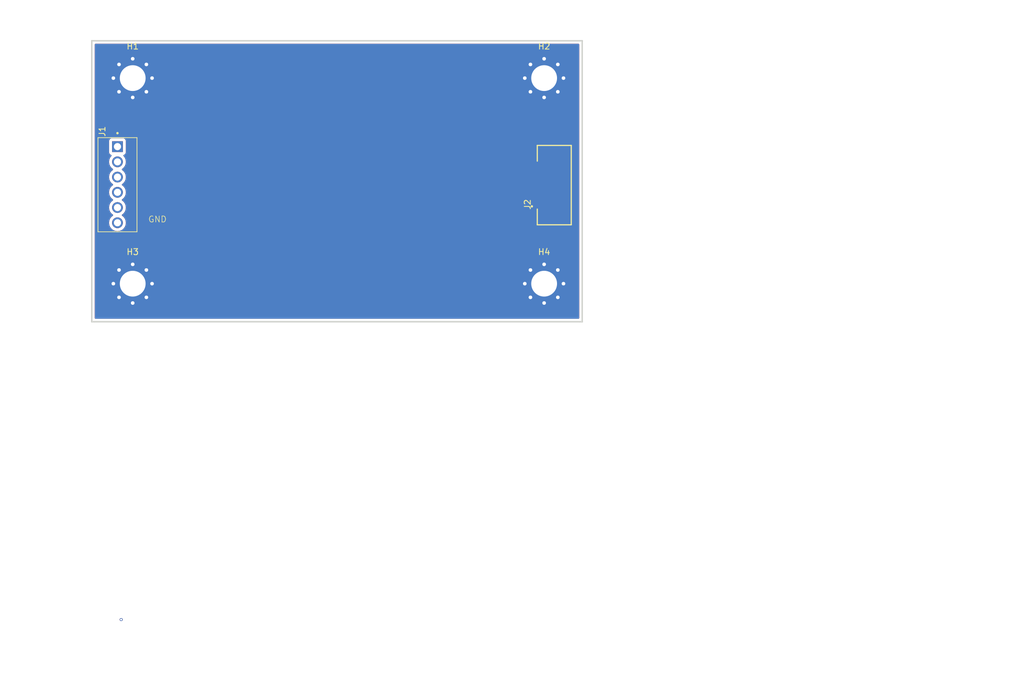
<source format=kicad_pcb>
(kicad_pcb (version 20240108) (generator "pcbnew") (generator_version "8.0")
  (layers (0 "F.Cu" signal "TopLayer") (31 "B.Cu" signal "BottomLayer") (34 "B.Paste" user "BottomPasteMaskLayer") (35 "F.Paste" user "TopPasteMaskLayer") (36 "B.SilkS" user "BottomSilkLayer") (37 "F.SilkS" user "TopSilkLayer") (38 "B.Mask" user "BottomSolderMaskLayer") (39 "F.Mask" user "TopSolderMaskLayer") (44 "Edge.Cuts" user "BoardOutLine"))
  (net 0 "")
  (net 1 "GND")
  (net 2 "/AIN0")
  (net 3 "/FIO0")
  (net 4 "/AIN1")
  (net 5 "/FIO3")
  (net 6 "/AIN2")
  (net 7 "+5V")
  (footprint "MountingHole:MountingHole_4.3mm_M4_Pad_Via" (layer "F.Cu") (at 83.82 96.52)
    (property "Reference" "H3" (at 0 -5.3 0) (layer "F.SilkS"))
    (property "Value" "MountingHole_Pad")
    (pad "1" thru_hole circle (at -3.225 0) (size 0.9 0.9) (drill 0.6) (layers "*.Cu" "*.Mask") (net 1 "GND"))
    (pad "1" thru_hole circle (at -2.280419 -2.280419) (size 0.9 0.9) (drill 0.6) (layers "*.Cu" "*.Mask") (net 1 "GND"))
    (pad "1" thru_hole circle (at -2.280419 2.280419) (size 0.9 0.9) (drill 0.6) (layers "*.Cu" "*.Mask") (net 1 "GND"))
    (pad "1" thru_hole circle (at 0 -3.225) (size 0.9 0.9) (drill 0.6) (layers "*.Cu" "*.Mask") (net 1 "GND"))
    (pad "1" thru_hole circle (at 0 0) (size 8.6 8.6) (drill 4.3) (layers "*.Cu" "*.Mask") (net 1 "GND"))
    (pad "1" thru_hole circle (at 0 3.225) (size 0.9 0.9) (drill 0.6) (layers "*.Cu" "*.Mask") (net 1 "GND"))
    (pad "1" thru_hole circle (at 2.280419 -2.280419) (size 0.9 0.9) (drill 0.6) (layers "*.Cu" "*.Mask") (net 1 "GND"))
    (pad "1" thru_hole circle (at 2.280419 2.280419) (size 0.9 0.9) (drill 0.6) (layers "*.Cu" "*.Mask") (net 1 "GND"))
    (pad "1" thru_hole circle (at 3.225 0) (size 0.9 0.9) (drill 0.6) (layers "*.Cu" "*.Mask") (net 1 "GND"))
  )
  (footprint "MountingHole:MountingHole_4.3mm_M4_Pad_Via" (layer "F.Cu") (at 83.82 62.23)
    (property "Reference" "H1" (at 0 -5.3 0) (layer "F.SilkS"))
    (property "Value" "MountingHole_Pad")
    (pad "1" thru_hole circle (at -3.225 0) (size 0.9 0.9) (drill 0.6) (layers "*.Cu" "*.Mask") (net 1 "GND"))
    (pad "1" thru_hole circle (at -2.280419 -2.280419) (size 0.9 0.9) (drill 0.6) (layers "*.Cu" "*.Mask") (net 1 "GND"))
    (pad "1" thru_hole circle (at -2.280419 2.280419) (size 0.9 0.9) (drill 0.6) (layers "*.Cu" "*.Mask") (net 1 "GND"))
    (pad "1" thru_hole circle (at 0 -3.225) (size 0.9 0.9) (drill 0.6) (layers "*.Cu" "*.Mask") (net 1 "GND"))
    (pad "1" thru_hole circle (at 0 0) (size 8.6 8.6) (drill 4.3) (layers "*.Cu" "*.Mask") (net 1 "GND"))
    (pad "1" thru_hole circle (at 0 3.225) (size 0.9 0.9) (drill 0.6) (layers "*.Cu" "*.Mask") (net 1 "GND"))
    (pad "1" thru_hole circle (at 2.280419 -2.280419) (size 0.9 0.9) (drill 0.6) (layers "*.Cu" "*.Mask") (net 1 "GND"))
    (pad "1" thru_hole circle (at 2.280419 2.280419) (size 0.9 0.9) (drill 0.6) (layers "*.Cu" "*.Mask") (net 1 "GND"))
    (pad "1" thru_hole circle (at 3.225 0) (size 0.9 0.9) (drill 0.6) (layers "*.Cu" "*.Mask") (net 1 "GND"))
  )
  (footprint "MountingHole:MountingHole_4.3mm_M4_Pad_Via" (layer "F.Cu") (at 152.4 62.23)
    (property "Reference" "H2" (at 0 -5.3 0) (layer "F.SilkS"))
    (property "Value" "MountingHole_Pad")
    (pad "1" thru_hole circle (at -3.225 0) (size 0.9 0.9) (drill 0.6) (layers "*.Cu" "*.Mask") (net 1 "GND"))
    (pad "1" thru_hole circle (at -2.280419 -2.280419) (size 0.9 0.9) (drill 0.6) (layers "*.Cu" "*.Mask") (net 1 "GND"))
    (pad "1" thru_hole circle (at -2.280419 2.280419) (size 0.9 0.9) (drill 0.6) (layers "*.Cu" "*.Mask") (net 1 "GND"))
    (pad "1" thru_hole circle (at 0 -3.225) (size 0.9 0.9) (drill 0.6) (layers "*.Cu" "*.Mask") (net 1 "GND"))
    (pad "1" thru_hole circle (at 0 0) (size 8.6 8.6) (drill 4.3) (layers "*.Cu" "*.Mask") (net 1 "GND"))
    (pad "1" thru_hole circle (at 0 3.225) (size 0.9 0.9) (drill 0.6) (layers "*.Cu" "*.Mask") (net 1 "GND"))
    (pad "1" thru_hole circle (at 2.280419 -2.280419) (size 0.9 0.9) (drill 0.6) (layers "*.Cu" "*.Mask") (net 1 "GND"))
    (pad "1" thru_hole circle (at 2.280419 2.280419) (size 0.9 0.9) (drill 0.6) (layers "*.Cu" "*.Mask") (net 1 "GND"))
    (pad "1" thru_hole circle (at 3.225 0) (size 0.9 0.9) (drill 0.6) (layers "*.Cu" "*.Mask") (net 1 "GND"))
  )
  (footprint "STS1_Connectors:TE_282834-6" (layer "F.Cu") (at 81.28 80.01 -90)
    (property "Reference" "J1" (at -8.89 2.54 90) (layer "F.SilkS"))
    (property "Value" "TE 282834-6")
    (fp_line (start -7.85 3.25) (end -7.85 -3.25) (stroke (width 0.127)) (layer "F.SilkS"))
    (fp_line (start 7.85 3.25) (end -7.85 3.25) (stroke (width 0.127)) (layer "F.SilkS"))
    (fp_line (start -7.85 -3.25) (end 7.85 -3.25) (stroke (width 0.127)) (layer "F.SilkS"))
    (fp_line (start 7.85 -3.25) (end 7.85 3.25) (stroke (width 0.127)) (layer "F.SilkS"))
    (fp_circle (center -8.6 0) (end -8.5 0) (stroke (width 0.2)) (fill none) (layer "F.SilkS"))
    (pad "1" thru_hole rect (at -6.35 0 270) (size 1.8 1.8) (drill 1.2) (layers "*.Cu" "*.Mask") (net 7 "+5V"))
    (pad "2" thru_hole circle (at -3.81 0 270) (size 1.8 1.8) (drill 1.2) (layers "*.Cu" "*.Mask") (net 2 "/AIN0"))
    (pad "3" thru_hole circle (at -1.27 0 270) (size 1.8 1.8) (drill 1.2) (layers "*.Cu" "*.Mask") (net 4 "/AIN1"))
    (pad "4" thru_hole circle (at 1.27 0 270) (size 1.8 1.8) (drill 1.2) (layers "*.Cu" "*.Mask") (net 6 "/AIN2"))
    (pad "5" thru_hole circle (at 3.81 0 270) (size 1.8 1.8) (drill 1.2) (layers "*.Cu" "*.Mask") (net 3 "/FIO0"))
    (pad "6" thru_hole circle (at 6.35 0 270) (size 1.8 1.8) (drill 1.2) (layers "*.Cu" "*.Mask") (net 5 "/FIO3"))
  )
  (footprint "STS1_Connectors:SAMTEC_ZF5S-15-01-T-WT-K-TR" (layer "F.Cu") (at 153.67 80.077 90)
    (property "Reference" "J2" (at -3.225 -4.035 90) (layer "F.SilkS"))
    (property "Value" "Conn_01x15")
    (fp_line (start 6.62 -2.41) (end 6.62 3.25) (stroke (width 0.2)) (layer "F.SilkS"))
    (fp_line (start 4 -2.41) (end 6.62 -2.41) (stroke (width 0.2)) (layer "F.SilkS"))
    (fp_line (start -6.62 -2.41) (end -4 -2.41) (stroke (width 0.2)) (layer "F.SilkS"))
    (fp_line (start 6.62 3.25) (end -6.62 3.25) (stroke (width 0.2)) (layer "F.SilkS"))
    (fp_line (start -6.62 3.25) (end -6.62 -2.41) (stroke (width 0.2)) (layer "F.SilkS"))
    (fp_circle (center -3.5475 -3.32) (end -3.4475 -3.32) (stroke (width 0.2)) (fill none) (layer "F.SilkS"))
    (pad "01" smd rect (at -3.5 -1.98 90) (size 0.3 1.6) (layers "F.Cu" "F.Paste" "F.Mask"))
    (pad "02" smd rect (at -3 -1.98 90) (size 0.3 1.6) (layers "F.Cu" "F.Paste" "F.Mask"))
    (pad "03" smd rect (at -2.5 -1.98 90) (size 0.3 1.6) (layers "F.Cu" "F.Paste" "F.Mask"))
    (pad "04" smd rect (at -2 -1.98 90) (size 0.3 1.6) (layers "F.Cu" "F.Paste" "F.Mask"))
    (pad "05" smd rect (at -1.5 -1.98 90) (size 0.3 1.6) (layers "F.Cu" "F.Paste" "F.Mask"))
    (pad "06" smd rect (at -1 -1.98 90) (size 0.3 1.6) (layers "F.Cu" "F.Paste" "F.Mask"))
    (pad "07" smd rect (at -0.5 -1.98 90) (size 0.3 1.6) (layers "F.Cu" "F.Paste" "F.Mask"))
    (pad "08" smd rect (at 0 -1.98 90) (size 0.3 1.6) (layers "F.Cu" "F.Paste" "F.Mask"))
    (pad "09" smd rect (at 0.5 -1.98 90) (size 0.3 1.6) (layers "F.Cu" "F.Paste" "F.Mask"))
    (pad "10" smd rect (at 1 -1.98 90) (size 0.3 1.6) (layers "F.Cu" "F.Paste" "F.Mask") (net 1 "GND"))
    (pad "11" smd rect (at 1.5 -1.98 90) (size 0.3 1.6) (layers "F.Cu" "F.Paste" "F.Mask") (net 1 "GND"))
    (pad "12" smd rect (at 2 -1.98 90) (size 0.3 1.6) (layers "F.Cu" "F.Paste" "F.Mask") (net 1 "GND"))
    (pad "13" smd rect (at 2.5 -1.98 90) (size 0.3 1.6) (layers "F.Cu" "F.Paste" "F.Mask") (net 1 "GND"))
    (pad "14" smd rect (at 3 -1.98 90) (size 0.3 1.6) (layers "F.Cu" "F.Paste" "F.Mask") (net 1 "GND"))
    (pad "15" smd rect (at 3.5 -1.98 90) (size 0.3 1.6) (layers "F.Cu" "F.Paste" "F.Mask") (net 1 "GND"))
    (pad "S1" smd rect (at -5.147 0 90) (size 2.24 3.12) (layers "F.Cu" "F.Paste" "F.Mask"))
    (pad "S2" smd rect (at 5.147 0 90) (size 2.24 3.12) (layers "F.Cu" "F.Paste" "F.Mask"))
  )
  (footprint "MountingHole:MountingHole_4.3mm_M4_Pad_Via" (layer "F.Cu") (at 152.4 96.52)
    (property "Reference" "H4" (at 0 -5.3 0) (layer "F.SilkS"))
    (property "Value" "MountingHole_Pad")
    (pad "1" thru_hole circle (at -3.225 0) (size 0.9 0.9) (drill 0.6) (layers "*.Cu" "*.Mask") (net 1 "GND"))
    (pad "1" thru_hole circle (at -2.280419 -2.280419) (size 0.9 0.9) (drill 0.6) (layers "*.Cu" "*.Mask") (net 1 "GND"))
    (pad "1" thru_hole circle (at -2.280419 2.280419) (size 0.9 0.9) (drill 0.6) (layers "*.Cu" "*.Mask") (net 1 "GND"))
    (pad "1" thru_hole circle (at 0 -3.225) (size 0.9 0.9) (drill 0.6) (layers "*.Cu" "*.Mask") (net 1 "GND"))
    (pad "1" thru_hole circle (at 0 0) (size 8.6 8.6) (drill 4.3) (layers "*.Cu" "*.Mask") (net 1 "GND"))
    (pad "1" thru_hole circle (at 0 3.225) (size 0.9 0.9) (drill 0.6) (layers "*.Cu" "*.Mask") (net 1 "GND"))
    (pad "1" thru_hole circle (at 2.280419 -2.280419) (size 0.9 0.9) (drill 0.6) (layers "*.Cu" "*.Mask") (net 1 "GND"))
    (pad "1" thru_hole circle (at 2.280419 2.280419) (size 0.9 0.9) (drill 0.6) (layers "*.Cu" "*.Mask") (net 1 "GND"))
    (pad "1" thru_hole circle (at 3.225 0) (size 0.9 0.9) (drill 0.6) (layers "*.Cu" "*.Mask") (net 1 "GND"))
  )
  (gr_line (start 77 102.87) (end 77 56.0002) (stroke (width 0.254)) (layer "Edge.Cuts"))
  (gr_line (start 158.75 56.0002) (end 158.75 102.87) (stroke (width 0.254)) (layer "Edge.Cuts"))
  (gr_line (start 158.75 102.87) (end 77 102.87) (stroke (width 0.254)) (layer "Edge.Cuts"))
  (gr_line (start 77 56.0002) (end 158.75 56.0002) (stroke (width 0.254)) (layer "Edge.Cuts"))
  (gr_text "GND" (at 86.36 86.36 0) (layer "F.SilkS") (effects (font (size 1 1) (thickness 0.1)) (justify left bottom)))
  (via (at 81.9 152.55) (size 0.5) (drill 0.3) (layers "F.Cu" "B.Cu") (net 1))
  (zone (net 1) (net_name "GND") (layers "F&B.Cu") (connect_pads yes (clearance 0.5)) (min_thickness 0.25) (fill yes (thermal_gap 0.5) (thermal_bridge_width 0.5))
    (polygon (pts (xy 61.7 49.4) (xy 61.7 163.85) (xy 232.4 163.5) (xy 232.25 49.2)))
  )
)
</source>
